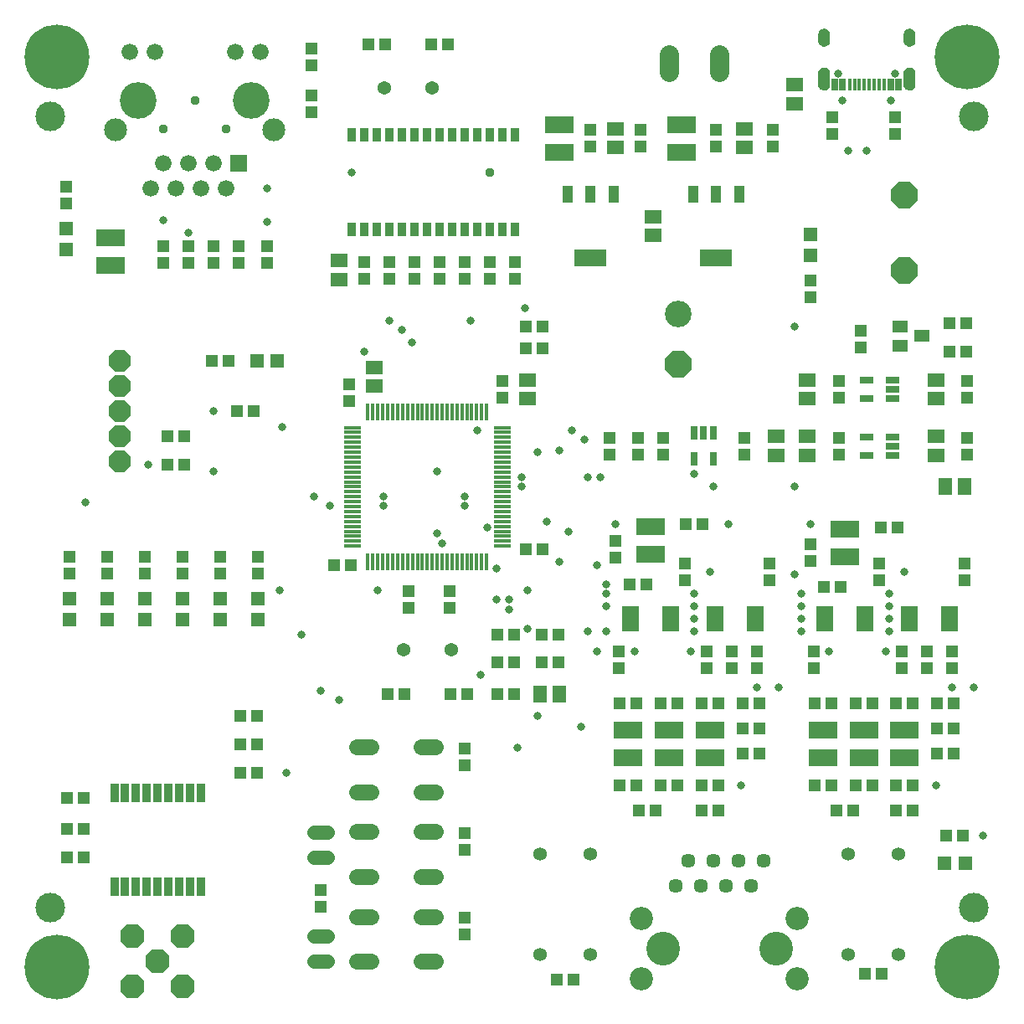
<source format=gbr>
G04 EAGLE Gerber RS-274X export*
G75*
%MOMM*%
%FSLAX34Y34*%
%LPD*%
%INSoldermask Top*%
%IPPOS*%
%AMOC8*
5,1,8,0,0,1.08239X$1,22.5*%
G01*
%ADD10C,1.358800*%
%ADD11C,2.336800*%
%ADD12C,1.447800*%
%ADD13C,3.403600*%
%ADD14R,1.152400X1.252400*%
%ADD15R,1.252400X1.152400*%
%ADD16R,1.473200X0.711200*%
%ADD17R,1.652400X1.452400*%
%ADD18R,1.676400X0.482600*%
%ADD19R,2.852400X1.752400*%
%ADD20R,0.752400X1.352400*%
%ADD21C,1.676400*%
%ADD22C,2.311400*%
%ADD23R,1.676400X1.676400*%
%ADD24C,3.708400*%
%ADD25R,0.914400X1.422400*%
%ADD26C,1.371600*%
%ADD27P,2.639300X8X112.500000*%
%ADD28P,2.914227X8X292.500000*%
%ADD29R,0.452400X1.752400*%
%ADD30R,1.752400X0.452400*%
%ADD31C,1.574800*%
%ADD32P,2.364373X8X292.500000*%
%ADD33R,1.352400X1.352400*%
%ADD34R,1.552400X1.152400*%
%ADD35R,0.990600X1.752600*%
%ADD36R,3.251200X1.752600*%
%ADD37R,0.952400X1.952400*%
%ADD38R,0.852400X1.952400*%
%ADD39R,1.452400X1.652400*%
%ADD40C,2.692400*%
%ADD41R,0.452400X1.152400*%
%ADD42R,0.752400X1.152400*%
%ADD43C,0.802400*%
%ADD44C,1.955800*%
%ADD45C,3.000000*%
%ADD46C,1.473200*%
%ADD47C,0.957200*%
%ADD48C,6.552400*%
%ADD49C,0.807200*%

G36*
X815184Y924768D02*
X815184Y924768D01*
X815189Y924773D01*
X815193Y924769D01*
X816290Y925056D01*
X816294Y925062D01*
X816299Y925059D01*
X817318Y925554D01*
X817321Y925560D01*
X817326Y925559D01*
X818229Y926243D01*
X818231Y926250D01*
X818236Y926250D01*
X818989Y927097D01*
X818989Y927104D01*
X818994Y927105D01*
X819567Y928082D01*
X819566Y928085D01*
X819567Y928086D01*
X819566Y928087D01*
X819566Y928089D01*
X819571Y928091D01*
X819942Y929162D01*
X819940Y929167D01*
X819943Y929169D01*
X819942Y929170D01*
X819944Y929171D01*
X820099Y930293D01*
X820096Y930298D01*
X820099Y930300D01*
X820099Y942300D01*
X820096Y942305D01*
X820099Y942308D01*
X819894Y943575D01*
X819888Y943581D01*
X819891Y943586D01*
X819409Y944775D01*
X819402Y944779D01*
X819404Y944785D01*
X818670Y945838D01*
X818662Y945840D01*
X818663Y945846D01*
X817713Y946709D01*
X817704Y946710D01*
X817704Y946715D01*
X816585Y947345D01*
X816577Y947344D01*
X816575Y947350D01*
X815345Y947715D01*
X815337Y947712D01*
X815334Y947717D01*
X814053Y947799D01*
X814047Y947799D01*
X812766Y947717D01*
X812760Y947711D01*
X812755Y947715D01*
X811525Y947350D01*
X811520Y947343D01*
X811515Y947345D01*
X810396Y946715D01*
X810393Y946708D01*
X810387Y946709D01*
X809437Y945846D01*
X809436Y945838D01*
X809430Y945838D01*
X808696Y944785D01*
X808696Y944777D01*
X808691Y944775D01*
X808209Y943586D01*
X808211Y943580D01*
X808207Y943577D01*
X808208Y943576D01*
X808206Y943575D01*
X808001Y942308D01*
X808004Y942303D01*
X808001Y942300D01*
X808001Y930300D01*
X808004Y930296D01*
X808001Y930293D01*
X808196Y929013D01*
X808202Y929007D01*
X808199Y929003D01*
X808674Y927799D01*
X808681Y927794D01*
X808679Y927789D01*
X809410Y926721D01*
X809417Y926718D01*
X809417Y926712D01*
X810367Y925833D01*
X810375Y925833D01*
X810376Y925827D01*
X811497Y925182D01*
X811506Y925183D01*
X811508Y925177D01*
X812745Y924798D01*
X812749Y924799D01*
X812753Y924799D01*
X812756Y924796D01*
X814046Y924701D01*
X814051Y924704D01*
X814053Y924701D01*
X815184Y924768D01*
G37*
G36*
X901584Y924768D02*
X901584Y924768D01*
X901589Y924773D01*
X901593Y924769D01*
X902690Y925056D01*
X902694Y925062D01*
X902699Y925059D01*
X903718Y925554D01*
X903721Y925560D01*
X903726Y925559D01*
X904629Y926243D01*
X904631Y926250D01*
X904636Y926250D01*
X905389Y927097D01*
X905389Y927104D01*
X905394Y927105D01*
X905967Y928082D01*
X905966Y928085D01*
X905967Y928086D01*
X905966Y928087D01*
X905966Y928089D01*
X905971Y928091D01*
X906342Y929162D01*
X906340Y929167D01*
X906343Y929169D01*
X906342Y929170D01*
X906344Y929171D01*
X906499Y930293D01*
X906496Y930298D01*
X906499Y930300D01*
X906499Y942300D01*
X906496Y942305D01*
X906499Y942308D01*
X906294Y943575D01*
X906288Y943581D01*
X906291Y943586D01*
X905809Y944775D01*
X905802Y944779D01*
X905804Y944785D01*
X905070Y945838D01*
X905062Y945840D01*
X905063Y945846D01*
X904113Y946709D01*
X904104Y946710D01*
X904104Y946715D01*
X902985Y947345D01*
X902977Y947344D01*
X902975Y947350D01*
X901745Y947715D01*
X901737Y947712D01*
X901734Y947717D01*
X900453Y947799D01*
X900447Y947799D01*
X899166Y947717D01*
X899160Y947711D01*
X899155Y947715D01*
X897925Y947350D01*
X897920Y947343D01*
X897915Y947345D01*
X896796Y946715D01*
X896793Y946708D01*
X896787Y946709D01*
X895837Y945846D01*
X895836Y945838D01*
X895830Y945838D01*
X895096Y944785D01*
X895096Y944777D01*
X895091Y944775D01*
X894609Y943586D01*
X894611Y943580D01*
X894607Y943577D01*
X894608Y943576D01*
X894606Y943575D01*
X894401Y942308D01*
X894404Y942303D01*
X894401Y942300D01*
X894401Y930300D01*
X894404Y930296D01*
X894401Y930293D01*
X894596Y929013D01*
X894602Y929007D01*
X894599Y929003D01*
X895074Y927799D01*
X895081Y927794D01*
X895079Y927789D01*
X895810Y926721D01*
X895817Y926718D01*
X895817Y926712D01*
X896767Y925833D01*
X896775Y925833D01*
X896776Y925827D01*
X897897Y925182D01*
X897906Y925183D01*
X897908Y925177D01*
X899145Y924798D01*
X899149Y924799D01*
X899153Y924799D01*
X899156Y924796D01*
X900446Y924701D01*
X900451Y924704D01*
X900453Y924701D01*
X901584Y924768D01*
G37*
G36*
X814052Y969005D02*
X814052Y969005D01*
X814056Y969001D01*
X815396Y969158D01*
X815402Y969163D01*
X815407Y969160D01*
X816678Y969611D01*
X816683Y969618D01*
X816688Y969616D01*
X817827Y970338D01*
X817830Y970346D01*
X817836Y970345D01*
X818786Y971303D01*
X818787Y971311D01*
X818793Y971312D01*
X819506Y972457D01*
X819505Y972466D01*
X819511Y972467D01*
X819951Y973743D01*
X819949Y973750D01*
X819953Y973753D01*
X820099Y975095D01*
X820097Y975098D01*
X820099Y975100D01*
X820099Y981100D01*
X820097Y981104D01*
X820099Y981106D01*
X819944Y982435D01*
X819938Y982441D01*
X819941Y982445D01*
X819494Y983706D01*
X819487Y983711D01*
X819489Y983716D01*
X818772Y984846D01*
X818765Y984849D01*
X818766Y984855D01*
X817816Y985797D01*
X817807Y985798D01*
X817807Y985804D01*
X816671Y986511D01*
X816663Y986510D01*
X816661Y986516D01*
X815396Y986952D01*
X815388Y986950D01*
X815386Y986955D01*
X814055Y987099D01*
X814049Y987095D01*
X814045Y987099D01*
X812879Y986989D01*
X812874Y986984D01*
X812870Y986987D01*
X811747Y986652D01*
X811743Y986646D01*
X811739Y986648D01*
X810703Y986100D01*
X810700Y986094D01*
X810695Y986095D01*
X809787Y985356D01*
X809785Y985349D01*
X809780Y985349D01*
X809033Y984447D01*
X809033Y984440D01*
X809028Y984439D01*
X808471Y983408D01*
X808472Y983401D01*
X808467Y983399D01*
X808123Y982280D01*
X808125Y982273D01*
X808121Y982270D01*
X808001Y981105D01*
X808003Y981102D01*
X808001Y981100D01*
X808001Y975100D01*
X808003Y975097D01*
X808001Y975095D01*
X808112Y973919D01*
X808117Y973914D01*
X808114Y973910D01*
X808452Y972778D01*
X808458Y972774D01*
X808456Y972769D01*
X809008Y971725D01*
X809015Y971722D01*
X809013Y971717D01*
X809759Y970801D01*
X809766Y970800D01*
X809766Y970794D01*
X810676Y970041D01*
X810683Y970041D01*
X810684Y970036D01*
X811723Y969475D01*
X811730Y969476D01*
X811732Y969471D01*
X812861Y969124D01*
X812867Y969126D01*
X812870Y969122D01*
X814045Y969001D01*
X814052Y969005D01*
G37*
G36*
X900452Y969005D02*
X900452Y969005D01*
X900456Y969001D01*
X901796Y969158D01*
X901802Y969163D01*
X901807Y969160D01*
X903078Y969611D01*
X903083Y969618D01*
X903088Y969616D01*
X904227Y970338D01*
X904230Y970346D01*
X904236Y970345D01*
X905186Y971303D01*
X905187Y971311D01*
X905193Y971312D01*
X905906Y972457D01*
X905905Y972466D01*
X905911Y972467D01*
X906351Y973743D01*
X906349Y973750D01*
X906353Y973753D01*
X906499Y975095D01*
X906497Y975098D01*
X906499Y975100D01*
X906499Y981100D01*
X906497Y981104D01*
X906499Y981106D01*
X906344Y982435D01*
X906338Y982441D01*
X906341Y982445D01*
X905894Y983706D01*
X905887Y983711D01*
X905889Y983716D01*
X905172Y984846D01*
X905165Y984849D01*
X905166Y984855D01*
X904216Y985797D01*
X904207Y985798D01*
X904207Y985804D01*
X903071Y986511D01*
X903063Y986510D01*
X903061Y986516D01*
X901796Y986952D01*
X901788Y986950D01*
X901786Y986955D01*
X900455Y987099D01*
X900449Y987095D01*
X900445Y987099D01*
X899279Y986989D01*
X899274Y986984D01*
X899270Y986987D01*
X898147Y986652D01*
X898143Y986646D01*
X898139Y986648D01*
X897103Y986100D01*
X897100Y986094D01*
X897095Y986095D01*
X896187Y985356D01*
X896185Y985349D01*
X896180Y985349D01*
X895433Y984447D01*
X895433Y984440D01*
X895428Y984439D01*
X894871Y983408D01*
X894872Y983401D01*
X894867Y983399D01*
X894523Y982280D01*
X894525Y982273D01*
X894521Y982270D01*
X894401Y981105D01*
X894403Y981102D01*
X894401Y981100D01*
X894401Y975100D01*
X894403Y975097D01*
X894401Y975095D01*
X894512Y973919D01*
X894517Y973914D01*
X894514Y973910D01*
X894852Y972778D01*
X894858Y972774D01*
X894856Y972769D01*
X895408Y971725D01*
X895415Y971722D01*
X895413Y971717D01*
X896159Y970801D01*
X896166Y970800D01*
X896166Y970794D01*
X897076Y970041D01*
X897083Y970041D01*
X897084Y970036D01*
X898123Y969475D01*
X898130Y969476D01*
X898132Y969471D01*
X899261Y969124D01*
X899267Y969126D01*
X899270Y969122D01*
X900445Y969001D01*
X900452Y969005D01*
G37*
D10*
X527050Y152400D03*
X527050Y50800D03*
X577850Y152400D03*
X577850Y50800D03*
X838200Y152400D03*
X838200Y50800D03*
X889000Y152400D03*
X889000Y50800D03*
D11*
X629603Y26353D03*
X787083Y26353D03*
D12*
X727393Y145733D03*
X714693Y120333D03*
X701993Y145733D03*
X689293Y120333D03*
X676593Y145733D03*
X663893Y120333D03*
X740093Y120333D03*
X752793Y145733D03*
D13*
X651193Y56833D03*
X765493Y56833D03*
D14*
X560950Y25400D03*
X543950Y25400D03*
X872100Y31750D03*
X855100Y31750D03*
X626500Y196850D03*
X643500Y196850D03*
X826525Y196850D03*
X843525Y196850D03*
X665725Y222250D03*
X648725Y222250D03*
D15*
X607450Y222250D03*
X624450Y222250D03*
X607450Y304800D03*
X624450Y304800D03*
X690000Y304800D03*
X707000Y304800D03*
D16*
X882904Y612902D03*
X882904Y622300D03*
X882904Y631698D03*
X856996Y631698D03*
X856996Y612902D03*
D17*
X796925Y612800D03*
X796925Y631800D03*
D18*
X744220Y380619D03*
X744220Y385445D03*
X744220Y390525D03*
X744220Y395605D03*
X744220Y400431D03*
X703580Y400431D03*
X703580Y395605D03*
X703580Y390525D03*
X703580Y385445D03*
X703580Y380619D03*
D14*
X720725Y357750D03*
X720725Y340750D03*
X695325Y340750D03*
X695325Y357750D03*
D19*
X615950Y249525D03*
X615950Y277525D03*
X657225Y249525D03*
X657225Y277525D03*
D14*
X758825Y446650D03*
X758825Y429650D03*
D15*
X804300Y222250D03*
X821300Y222250D03*
X804300Y304800D03*
X821300Y304800D03*
X886850Y304800D03*
X903850Y304800D03*
D18*
X941070Y380619D03*
X941070Y385445D03*
X941070Y390525D03*
X941070Y395605D03*
X941070Y400431D03*
X900430Y400431D03*
X900430Y395605D03*
X900430Y390525D03*
X900430Y385445D03*
X900430Y380619D03*
D14*
X892175Y340750D03*
X892175Y357750D03*
D19*
X812800Y249525D03*
X812800Y277525D03*
X854075Y249525D03*
X854075Y277525D03*
D14*
X955675Y446650D03*
X955675Y429650D03*
D15*
X625475Y556650D03*
X625475Y573650D03*
D20*
X701650Y552090D03*
X682650Y552090D03*
X701650Y578210D03*
X692150Y578210D03*
X682650Y578210D03*
D15*
X733425Y556650D03*
X733425Y573650D03*
X596900Y556650D03*
X596900Y573650D03*
D14*
X650875Y556650D03*
X650875Y573650D03*
D18*
X855345Y380619D03*
X855345Y385445D03*
X855345Y390525D03*
X855345Y395605D03*
X855345Y400431D03*
X814705Y400431D03*
X814705Y395605D03*
X814705Y390525D03*
X814705Y385445D03*
X814705Y380619D03*
D14*
X800100Y448700D03*
X800100Y465700D03*
X803275Y340750D03*
X803275Y357750D03*
X869950Y446650D03*
X869950Y429650D03*
X830825Y422275D03*
X813825Y422275D03*
D18*
X658495Y380619D03*
X658495Y385445D03*
X658495Y390525D03*
X658495Y395605D03*
X658495Y400431D03*
X617855Y400431D03*
X617855Y395605D03*
X617855Y390525D03*
X617855Y385445D03*
X617855Y380619D03*
D14*
X603250Y451875D03*
X603250Y468875D03*
X606425Y340750D03*
X606425Y357750D03*
X673100Y446650D03*
X673100Y429650D03*
X633975Y425450D03*
X616975Y425450D03*
D15*
X707000Y196850D03*
X690000Y196850D03*
D14*
X690000Y222250D03*
X707000Y222250D03*
D15*
X903850Y196850D03*
X886850Y196850D03*
D14*
X886850Y222250D03*
X903850Y222250D03*
X731275Y304800D03*
X748275Y304800D03*
X928125Y304800D03*
X945125Y304800D03*
X917575Y357750D03*
X917575Y340750D03*
D15*
X731275Y279400D03*
X748275Y279400D03*
X928125Y279400D03*
X945125Y279400D03*
D14*
X862575Y222250D03*
X845575Y222250D03*
D19*
X895350Y249525D03*
X895350Y277525D03*
D15*
X845575Y304800D03*
X862575Y304800D03*
X648725Y304800D03*
X665725Y304800D03*
D19*
X698500Y249525D03*
X698500Y277525D03*
D21*
X243840Y963930D03*
X218440Y963930D03*
X133350Y825500D03*
X146050Y850900D03*
X184150Y825500D03*
X171450Y850900D03*
X196850Y850900D03*
X158750Y825500D03*
D22*
X97790Y885190D03*
X257810Y885190D03*
D23*
X222250Y850900D03*
D21*
X209550Y825500D03*
X111760Y963930D03*
X137160Y963930D03*
D24*
X234950Y914400D03*
X120650Y914400D03*
D25*
X336550Y784050D03*
X349250Y784050D03*
X361950Y784050D03*
X374650Y784050D03*
X387350Y784050D03*
X400050Y784050D03*
X412750Y784050D03*
X425450Y784050D03*
X438150Y784050D03*
X450850Y784050D03*
X438150Y879650D03*
X450850Y879650D03*
X463550Y879650D03*
X476250Y879650D03*
X488950Y879650D03*
X501650Y879650D03*
X501650Y784050D03*
X488950Y784050D03*
X476250Y784050D03*
X463550Y784050D03*
X425450Y879650D03*
X412750Y879650D03*
X400050Y879650D03*
X387350Y879650D03*
X374650Y879650D03*
X361950Y879650D03*
X349250Y879650D03*
X336550Y879650D03*
D15*
X295275Y950350D03*
X295275Y967350D03*
X295275Y902725D03*
X295275Y919725D03*
X250825Y750325D03*
X250825Y767325D03*
X196850Y750325D03*
X196850Y767325D03*
X146050Y767325D03*
X146050Y750325D03*
X171450Y767325D03*
X171450Y750325D03*
X476250Y751450D03*
X476250Y734450D03*
X501650Y734450D03*
X501650Y751450D03*
D14*
X222250Y767325D03*
X222250Y750325D03*
D15*
X433950Y971550D03*
X416950Y971550D03*
X353450Y971550D03*
X370450Y971550D03*
D26*
X369570Y927100D03*
X417830Y927100D03*
D27*
X165100Y19050D03*
X165100Y69850D03*
X139700Y44450D03*
X114300Y19050D03*
X114300Y69850D03*
D28*
X895350Y819150D03*
X895350Y742950D03*
D15*
X850900Y681600D03*
X850900Y664600D03*
D14*
X957825Y660400D03*
X940825Y660400D03*
X940825Y688975D03*
X957825Y688975D03*
X240275Y263525D03*
X223275Y263525D03*
X240275Y234950D03*
X223275Y234950D03*
D19*
X669925Y862300D03*
X669925Y890300D03*
D14*
X240275Y292100D03*
X223275Y292100D03*
X577850Y884800D03*
X577850Y867800D03*
D19*
X546100Y890300D03*
X546100Y862300D03*
D14*
X958850Y630800D03*
X958850Y613800D03*
D19*
X835025Y480725D03*
X835025Y452725D03*
X638175Y483900D03*
X638175Y455900D03*
D15*
X674125Y485775D03*
X691125Y485775D03*
X870975Y482600D03*
X887975Y482600D03*
D29*
X352750Y447875D03*
X357750Y447875D03*
X362750Y447875D03*
X367750Y447875D03*
X372750Y447875D03*
X377750Y447875D03*
X382750Y447875D03*
X387750Y447875D03*
X392750Y447875D03*
X397750Y447875D03*
X402750Y447875D03*
X407750Y447875D03*
X412750Y447875D03*
X417750Y447875D03*
X422750Y447875D03*
X427750Y447875D03*
X432750Y447875D03*
X437750Y447875D03*
X442750Y447875D03*
X447750Y447875D03*
X452750Y447875D03*
X457750Y447875D03*
X462750Y447875D03*
X467750Y447875D03*
X472750Y447875D03*
D30*
X488750Y463875D03*
X488750Y468875D03*
X488750Y473875D03*
X488750Y478875D03*
X488750Y483875D03*
X488750Y488875D03*
X488750Y493875D03*
X488750Y498875D03*
X488750Y503875D03*
X488750Y508875D03*
X488750Y513875D03*
X488750Y518875D03*
X488750Y523875D03*
X488750Y528875D03*
X488750Y533875D03*
X488750Y538875D03*
X488750Y543875D03*
X488750Y548875D03*
X488750Y553875D03*
X488750Y558875D03*
X488750Y563875D03*
X488750Y568875D03*
X488750Y573875D03*
X488750Y578875D03*
X488750Y583875D03*
D29*
X472750Y599875D03*
X467750Y599875D03*
X462750Y599875D03*
X457750Y599875D03*
X452750Y599875D03*
X447750Y599875D03*
X442750Y599875D03*
X437750Y599875D03*
X432750Y599875D03*
X427750Y599875D03*
X422750Y599875D03*
X417750Y599875D03*
X412750Y599875D03*
X407750Y599875D03*
X402750Y599875D03*
X397750Y599875D03*
X392750Y599875D03*
X387750Y599875D03*
X382750Y599875D03*
X377750Y599875D03*
X372750Y599875D03*
X367750Y599875D03*
X362750Y599875D03*
X357750Y599875D03*
X352750Y599875D03*
D30*
X336750Y583875D03*
X336750Y578875D03*
X336750Y573875D03*
X336750Y568875D03*
X336750Y563875D03*
X336750Y558875D03*
X336750Y553875D03*
X336750Y548875D03*
X336750Y543875D03*
X336750Y538875D03*
X336750Y533875D03*
X336750Y528875D03*
X336750Y523875D03*
X336750Y518875D03*
X336750Y513875D03*
X336750Y508875D03*
X336750Y503875D03*
X336750Y498875D03*
X336750Y493875D03*
X336750Y488875D03*
X336750Y483875D03*
X336750Y478875D03*
X336750Y473875D03*
X336750Y468875D03*
X336750Y463875D03*
D26*
X388620Y358775D03*
X436880Y358775D03*
D15*
X453000Y314325D03*
X436000Y314325D03*
X372500Y314325D03*
X389500Y314325D03*
X304800Y99450D03*
X304800Y116450D03*
D31*
X341376Y89281D02*
X355600Y89281D01*
X355600Y44069D02*
X341376Y44069D01*
X406400Y89281D02*
X420624Y89281D01*
X420624Y44069D02*
X406400Y44069D01*
D14*
X450850Y87875D03*
X450850Y70875D03*
D15*
X483625Y374650D03*
X500625Y374650D03*
X483625Y346075D03*
X500625Y346075D03*
X545075Y374650D03*
X528075Y374650D03*
X545075Y346075D03*
X528075Y346075D03*
D14*
X500625Y314325D03*
X483625Y314325D03*
X393700Y418075D03*
X393700Y401075D03*
X488950Y613800D03*
X488950Y630800D03*
D15*
X512200Y460375D03*
X529200Y460375D03*
X335525Y444500D03*
X318525Y444500D03*
D14*
X333375Y610625D03*
X333375Y627625D03*
X434975Y418075D03*
X434975Y401075D03*
D17*
X514350Y612800D03*
X514350Y631800D03*
X358775Y625500D03*
X358775Y644500D03*
D15*
X450850Y156600D03*
X450850Y173600D03*
D32*
X101600Y625475D03*
X101600Y650875D03*
X101600Y600075D03*
X101600Y574675D03*
X101600Y549275D03*
D14*
X167250Y546100D03*
X150250Y546100D03*
X167250Y574675D03*
X150250Y574675D03*
X512200Y663575D03*
X529200Y663575D03*
X529200Y685800D03*
X512200Y685800D03*
D33*
X127000Y389550D03*
X127000Y410550D03*
X165100Y389550D03*
X165100Y410550D03*
X261325Y650875D03*
X240325Y650875D03*
X241300Y389550D03*
X241300Y410550D03*
X50800Y389550D03*
X50800Y410550D03*
X88900Y389550D03*
X88900Y410550D03*
X203200Y389550D03*
X203200Y410550D03*
D14*
X211700Y650875D03*
X194700Y650875D03*
D15*
X241300Y436000D03*
X241300Y453000D03*
X50800Y436000D03*
X50800Y453000D03*
X203200Y436000D03*
X203200Y453000D03*
X165100Y436000D03*
X165100Y453000D03*
X88900Y436000D03*
X88900Y453000D03*
X127000Y436000D03*
X127000Y453000D03*
D31*
X341376Y260731D02*
X355600Y260731D01*
X355600Y215519D02*
X341376Y215519D01*
X406400Y260731D02*
X420624Y260731D01*
X420624Y215519D02*
X406400Y215519D01*
D15*
X450850Y242325D03*
X450850Y259325D03*
D14*
X237100Y600075D03*
X220100Y600075D03*
D31*
X341376Y175006D02*
X355600Y175006D01*
X355600Y129794D02*
X341376Y129794D01*
X406400Y175006D02*
X420624Y175006D01*
X420624Y129794D02*
X406400Y129794D01*
D34*
X912700Y676275D03*
X890700Y666775D03*
X890700Y685775D03*
D35*
X727964Y819404D03*
X704850Y819404D03*
X681736Y819404D03*
D36*
X704850Y755396D03*
D35*
X600964Y819404D03*
X577850Y819404D03*
X554736Y819404D03*
D36*
X577850Y755396D03*
D17*
X603250Y866800D03*
X603250Y885800D03*
D14*
X628650Y884800D03*
X628650Y867800D03*
D17*
X733425Y866800D03*
X733425Y885800D03*
D14*
X762000Y884800D03*
X762000Y867800D03*
D37*
X107200Y119600D03*
X118200Y119600D03*
X129200Y119600D03*
X140200Y119600D03*
X151200Y119600D03*
X162200Y119600D03*
X173200Y119600D03*
D38*
X183700Y119600D03*
X96700Y119600D03*
D37*
X107200Y214600D03*
X118200Y214600D03*
X129200Y214600D03*
X140200Y214600D03*
X151200Y214600D03*
X162200Y214600D03*
X173200Y214600D03*
D38*
X183700Y214600D03*
X96700Y214600D03*
D17*
X641350Y796900D03*
X641350Y777900D03*
D39*
X527075Y314325D03*
X546075Y314325D03*
D17*
X927100Y631800D03*
X927100Y612800D03*
X784225Y911250D03*
X784225Y930250D03*
D40*
X666750Y698500D03*
D28*
X666750Y647700D03*
D15*
X349250Y751450D03*
X349250Y734450D03*
X374650Y751450D03*
X374650Y734450D03*
D17*
X323850Y733450D03*
X323850Y752450D03*
D15*
X450850Y751450D03*
X450850Y734450D03*
X400050Y751450D03*
X400050Y734450D03*
X425450Y751450D03*
X425450Y734450D03*
D14*
X65650Y149225D03*
X48650Y149225D03*
X65650Y177800D03*
X48650Y177800D03*
D15*
X65650Y209550D03*
X48650Y209550D03*
D14*
X828675Y613800D03*
X828675Y630800D03*
D19*
X92075Y748000D03*
X92075Y776000D03*
D14*
X704850Y867800D03*
X704850Y884800D03*
D41*
X849750Y930500D03*
X854750Y930500D03*
D42*
X825000Y930500D03*
X832750Y930500D03*
D41*
X839750Y930500D03*
X844750Y930500D03*
X864750Y930500D03*
X859750Y930500D03*
D42*
X889500Y930500D03*
X881750Y930500D03*
D41*
X874750Y930500D03*
X869750Y930500D03*
D43*
X886150Y941550D03*
X828350Y941550D03*
D15*
X822325Y897500D03*
X822325Y880500D03*
X885825Y897500D03*
X885825Y880500D03*
D33*
X800100Y778850D03*
X800100Y757850D03*
D15*
X800100Y732400D03*
X800100Y715400D03*
D33*
X47625Y764200D03*
X47625Y785200D03*
D15*
X47625Y810650D03*
X47625Y827650D03*
D44*
X657225Y943483D02*
X657225Y961517D01*
X708025Y961517D02*
X708025Y943483D01*
D14*
X945125Y254000D03*
X928125Y254000D03*
D15*
X942975Y340750D03*
X942975Y357750D03*
D14*
X748275Y254000D03*
X731275Y254000D03*
D15*
X746125Y340750D03*
X746125Y357750D03*
D16*
X882904Y555752D03*
X882904Y565150D03*
X882904Y574548D03*
X856996Y574548D03*
X856996Y555752D03*
D14*
X828675Y556650D03*
X828675Y573650D03*
X958850Y573650D03*
X958850Y556650D03*
D17*
X927100Y574650D03*
X927100Y555650D03*
X796925Y555650D03*
X796925Y574650D03*
D45*
X31750Y898525D03*
X965200Y898525D03*
X965200Y98425D03*
X31750Y98425D03*
D17*
X765175Y574650D03*
X765175Y555650D03*
D39*
X936650Y523875D03*
X955650Y523875D03*
D14*
X937650Y171450D03*
X954650Y171450D03*
D33*
X956650Y142875D03*
X935650Y142875D03*
D46*
X311404Y69850D02*
X298196Y69850D01*
X298196Y44450D02*
X311404Y44450D01*
X311404Y174625D02*
X298196Y174625D01*
X298196Y149225D02*
X311404Y149225D01*
D11*
X629603Y86995D03*
X787083Y86995D03*
D47*
X177800Y914400D03*
X146050Y885825D03*
X209550Y885825D03*
D48*
X38100Y958850D03*
X38100Y38100D03*
X958850Y38100D03*
X958850Y958850D03*
D49*
X682625Y390525D03*
X593725Y403225D03*
X682625Y377825D03*
X593725Y377825D03*
X879475Y377825D03*
X790575Y377825D03*
X298450Y514350D03*
X368300Y514350D03*
X450850Y514350D03*
X508000Y533400D03*
X574675Y533400D03*
X574675Y377825D03*
X682625Y415925D03*
X593725Y415925D03*
X879475Y415925D03*
X790575Y415925D03*
X495300Y400050D03*
X879475Y403225D03*
X314325Y504825D03*
X368300Y504825D03*
X450850Y504825D03*
X495300Y409575D03*
X593725Y425450D03*
X682625Y403225D03*
X790575Y390525D03*
X879475Y390525D03*
X790575Y403225D03*
X730250Y222250D03*
X927100Y222250D03*
X555625Y478875D03*
X171450Y781050D03*
X146050Y793750D03*
X250825Y791600D03*
X250825Y825500D03*
X374650Y692150D03*
X456400Y692150D03*
X349250Y660400D03*
X285750Y374650D03*
X269875Y234950D03*
X533400Y488950D03*
X571500Y571500D03*
X66675Y508000D03*
X265675Y584200D03*
X263525Y419100D03*
X362750Y419100D03*
X523875Y292100D03*
X523875Y558800D03*
X568325Y280988D03*
X466725Y333375D03*
X587375Y533400D03*
X584200Y444500D03*
X482600Y441325D03*
X482600Y409575D03*
X304800Y317500D03*
X130175Y546100D03*
X546100Y560950D03*
X546100Y447675D03*
X832750Y914400D03*
X881750Y914400D03*
X503800Y260350D03*
X508000Y523875D03*
D47*
X476250Y841375D03*
D49*
X336550Y841375D03*
X876300Y357750D03*
X819150Y357750D03*
X622300Y357750D03*
X679450Y357750D03*
X701675Y523875D03*
X784225Y434975D03*
X584200Y357750D03*
X784225Y523875D03*
X784225Y685800D03*
X323850Y307975D03*
X558800Y581025D03*
X463550Y581025D03*
X422275Y539425D03*
X422275Y477050D03*
X514350Y419100D03*
X514350Y379975D03*
X746125Y320675D03*
X768350Y320675D03*
X942975Y320675D03*
X965200Y320675D03*
X895350Y438150D03*
X698500Y438150D03*
X603250Y485775D03*
X800100Y485775D03*
X682625Y536575D03*
X717550Y485775D03*
X473075Y482600D03*
X427750Y466725D03*
X511175Y704850D03*
X857250Y863600D03*
X396875Y669925D03*
X387350Y682625D03*
X838200Y863600D03*
X196850Y600075D03*
X196850Y539750D03*
X974725Y171450D03*
M02*

</source>
